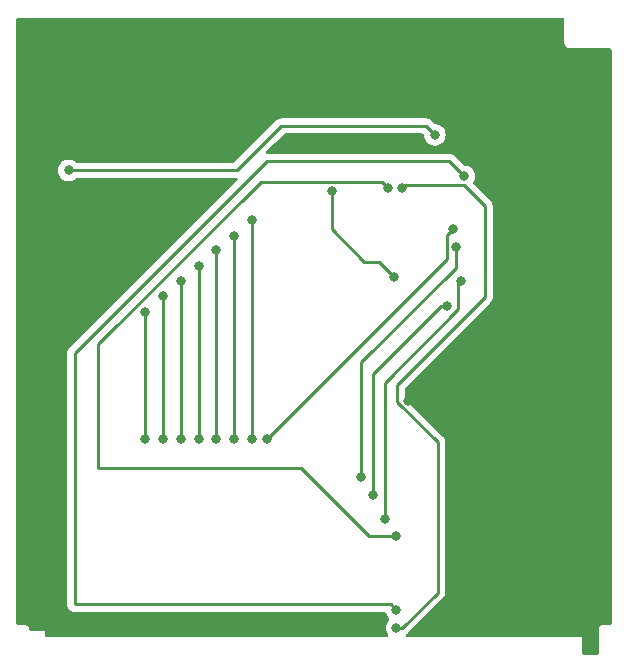
<source format=gbr>
%TF.GenerationSoftware,KiCad,Pcbnew,(6.0.6)*%
%TF.CreationDate,2022-10-29T15:41:58-04:00*%
%TF.ProjectId,isaacCart,69736161-6343-4617-9274-2e6b69636164,rev?*%
%TF.SameCoordinates,Original*%
%TF.FileFunction,Copper,L2,Bot*%
%TF.FilePolarity,Positive*%
%FSLAX46Y46*%
G04 Gerber Fmt 4.6, Leading zero omitted, Abs format (unit mm)*
G04 Created by KiCad (PCBNEW (6.0.6)) date 2022-10-29 15:41:58*
%MOMM*%
%LPD*%
G01*
G04 APERTURE LIST*
%TA.AperFunction,ViaPad*%
%ADD10C,0.800000*%
%TD*%
%TA.AperFunction,Conductor*%
%ADD11C,0.250000*%
%TD*%
G04 APERTURE END LIST*
D10*
%TO.N,+5V*%
X138940000Y-88620000D03*
X107940000Y-91620000D03*
%TO.N,GBRD*%
X135440000Y-100620000D03*
X130190000Y-93370000D03*
%TO.N,A1*%
X114440000Y-103620000D03*
X114440000Y-114370000D03*
%TO.N,A2*%
X115928590Y-102299913D03*
X115940000Y-114370000D03*
%TO.N,A3*%
X117440000Y-101020500D03*
X117440000Y-114370000D03*
%TO.N,A4*%
X118940000Y-114370000D03*
X118940000Y-99750500D03*
%TO.N,A5*%
X120440000Y-98370000D03*
X120440000Y-114370000D03*
%TO.N,A6*%
X121940000Y-97210500D03*
X121940000Y-114370000D03*
%TO.N,A7*%
X123440000Y-114370000D03*
X123440000Y-95870000D03*
%TO.N,A8*%
X124690000Y-114370000D03*
X140440000Y-96620000D03*
%TO.N,A9*%
X132690000Y-117620000D03*
X140690000Y-98120000D03*
%TO.N,A10*%
X139940000Y-103120000D03*
X133690000Y-119120000D03*
%TO.N,A11*%
X141190000Y-101020500D03*
X134690000Y-121120000D03*
%TO.N,A12*%
X134940000Y-93120000D03*
X135690000Y-122620000D03*
%TO.N,A13*%
X141440000Y-92145500D03*
X135690000Y-128870000D03*
%TO.N,A14*%
X135690000Y-130370000D03*
X136190000Y-93120000D03*
%TO.N,GND*%
X136690000Y-111120000D03*
X150190000Y-119870000D03*
%TD*%
D11*
%TO.N,+5V*%
X122190000Y-91620000D02*
X125940000Y-87870000D01*
X138190000Y-87870000D02*
X138940000Y-88620000D01*
X107940000Y-91620000D02*
X122190000Y-91620000D01*
X125940000Y-87870000D02*
X138190000Y-87870000D01*
%TO.N,GBRD*%
X130190000Y-93370000D02*
X130190000Y-96620000D01*
X134190000Y-99370000D02*
X135440000Y-100620000D01*
X132940000Y-99370000D02*
X134190000Y-99370000D01*
X130190000Y-96620000D02*
X132940000Y-99370000D01*
%TO.N,A1*%
X114440000Y-103620000D02*
X114440000Y-114370000D01*
%TO.N,A2*%
X115928590Y-114108590D02*
X115940000Y-114120000D01*
X115940000Y-114120000D02*
X115940000Y-114370000D01*
X115928590Y-102299913D02*
X115928590Y-114108590D01*
%TO.N,A3*%
X117440000Y-114370000D02*
X117440000Y-101020500D01*
%TO.N,A4*%
X118940000Y-99750500D02*
X118940000Y-113620000D01*
X118940000Y-113620000D02*
X118940000Y-114370000D01*
%TO.N,A5*%
X120440000Y-98370000D02*
X120440000Y-114120000D01*
X120440000Y-114120000D02*
X120440000Y-114370000D01*
%TO.N,A6*%
X121940000Y-113870000D02*
X121940000Y-114370000D01*
X121940000Y-97210500D02*
X121940000Y-113870000D01*
%TO.N,A7*%
X123440000Y-95870000D02*
X123440000Y-114120000D01*
X123440000Y-114120000D02*
X123440000Y-114370000D01*
%TO.N,A8*%
X139940000Y-99120000D02*
X139940000Y-97120000D01*
X139940000Y-97120000D02*
X140440000Y-96620000D01*
X124690000Y-114370000D02*
X139940000Y-99120000D01*
%TO.N,A9*%
X140690000Y-99870000D02*
X140690000Y-98120000D01*
X132690000Y-117620000D02*
X132690000Y-107870000D01*
X132690000Y-107870000D02*
X140690000Y-99870000D01*
%TO.N,A10*%
X139440000Y-103120000D02*
X139940000Y-103120000D01*
X133690000Y-119120000D02*
X133690000Y-108870000D01*
X133690000Y-108870000D02*
X139440000Y-103120000D01*
%TO.N,A11*%
X134690000Y-109620000D02*
X134690000Y-121120000D01*
X140940000Y-101270500D02*
X140940000Y-103370000D01*
X140940000Y-103370000D02*
X134690000Y-109620000D01*
X141190000Y-101020500D02*
X140940000Y-101270500D01*
%TO.N,A12*%
X134440000Y-92620000D02*
X134940000Y-93120000D01*
X110440000Y-106370000D02*
X124190000Y-92620000D01*
X124190000Y-92620000D02*
X134440000Y-92620000D01*
X110440000Y-116870000D02*
X110440000Y-106370000D01*
X127644076Y-116870000D02*
X110440000Y-116870000D01*
X133394076Y-122620000D02*
X127644076Y-116870000D01*
X135690000Y-122620000D02*
X133394076Y-122620000D01*
%TO.N,A13*%
X141440000Y-92145500D02*
X140164500Y-90870000D01*
X140164500Y-90870000D02*
X124690000Y-90870000D01*
X135190000Y-128370000D02*
X135690000Y-128870000D01*
X124690000Y-90870000D02*
X108440000Y-107120000D01*
X108440000Y-128370000D02*
X135190000Y-128370000D01*
X108440000Y-107120000D02*
X108440000Y-128370000D01*
%TO.N,A14*%
X143190000Y-102370000D02*
X135758198Y-109801802D01*
X141440000Y-92870000D02*
X143190000Y-94620000D01*
X139190000Y-127370000D02*
X136190000Y-130370000D01*
X136190000Y-93120000D02*
X136440000Y-92870000D01*
X143190000Y-94620000D02*
X143190000Y-102370000D01*
X136440000Y-92870000D02*
X141440000Y-92870000D01*
X136190000Y-130370000D02*
X135690000Y-130370000D01*
X135758198Y-109801802D02*
X135758198Y-111213503D01*
X139190000Y-114645305D02*
X139190000Y-127370000D01*
X135758198Y-111213503D02*
X139190000Y-114645305D01*
%TO.N,GND*%
X136690000Y-111120000D02*
X137190000Y-111120000D01*
X145940000Y-119870000D02*
X150190000Y-119870000D01*
X137190000Y-111120000D02*
X145940000Y-119870000D01*
%TD*%
%TA.AperFunction,Conductor*%
%TO.N,GND*%
G36*
X149838621Y-78723502D02*
G01*
X149885114Y-78777158D01*
X149896500Y-78829500D01*
X149896500Y-80786377D01*
X149896498Y-80787147D01*
X149896024Y-80864721D01*
X149898491Y-80873352D01*
X149904150Y-80893153D01*
X149907728Y-80909915D01*
X149911920Y-80939187D01*
X149915634Y-80947355D01*
X149915634Y-80947356D01*
X149922548Y-80962562D01*
X149928996Y-80980086D01*
X149936051Y-81004771D01*
X149940843Y-81012365D01*
X149940844Y-81012368D01*
X149951830Y-81029780D01*
X149959969Y-81044863D01*
X149972208Y-81071782D01*
X149978069Y-81078584D01*
X149988970Y-81091235D01*
X150000073Y-81106239D01*
X150013776Y-81127958D01*
X150020501Y-81133897D01*
X150020504Y-81133901D01*
X150035938Y-81147532D01*
X150047982Y-81159724D01*
X150061427Y-81175327D01*
X150061430Y-81175329D01*
X150067287Y-81182127D01*
X150074816Y-81187007D01*
X150074817Y-81187008D01*
X150088835Y-81196094D01*
X150103709Y-81207385D01*
X150116217Y-81218431D01*
X150122951Y-81224378D01*
X150149711Y-81236942D01*
X150164691Y-81245263D01*
X150181983Y-81256471D01*
X150181988Y-81256473D01*
X150189515Y-81261352D01*
X150198108Y-81263922D01*
X150198113Y-81263924D01*
X150214120Y-81268711D01*
X150231564Y-81275372D01*
X150246676Y-81282467D01*
X150246678Y-81282468D01*
X150254800Y-81286281D01*
X150263667Y-81287662D01*
X150263668Y-81287662D01*
X150273310Y-81289163D01*
X150284017Y-81290830D01*
X150300732Y-81294613D01*
X150320466Y-81300515D01*
X150320472Y-81300516D01*
X150329066Y-81303086D01*
X150338037Y-81303141D01*
X150338038Y-81303141D01*
X150348097Y-81303202D01*
X150363506Y-81303296D01*
X150364289Y-81303329D01*
X150365386Y-81303500D01*
X150396377Y-81303500D01*
X150397147Y-81303502D01*
X150470785Y-81303952D01*
X150470786Y-81303952D01*
X150474721Y-81303976D01*
X150476065Y-81303592D01*
X150477410Y-81303500D01*
X153770500Y-81303500D01*
X153838621Y-81323502D01*
X153885114Y-81377158D01*
X153896500Y-81429500D01*
X153896500Y-129960500D01*
X153876498Y-130028621D01*
X153822842Y-130075114D01*
X153770500Y-130086500D01*
X153313623Y-130086500D01*
X153312853Y-130086498D01*
X153312037Y-130086493D01*
X153235279Y-130086024D01*
X153212918Y-130092415D01*
X153206847Y-130094150D01*
X153190085Y-130097728D01*
X153160813Y-130101920D01*
X153152645Y-130105634D01*
X153152644Y-130105634D01*
X153137438Y-130112548D01*
X153119914Y-130118996D01*
X153095229Y-130126051D01*
X153087635Y-130130843D01*
X153087632Y-130130844D01*
X153070220Y-130141830D01*
X153055137Y-130149969D01*
X153028218Y-130162208D01*
X153021416Y-130168069D01*
X153008765Y-130178970D01*
X152993761Y-130190073D01*
X152972042Y-130203776D01*
X152966103Y-130210501D01*
X152966099Y-130210504D01*
X152952468Y-130225938D01*
X152940276Y-130237982D01*
X152924673Y-130251427D01*
X152924671Y-130251430D01*
X152917873Y-130257287D01*
X152912993Y-130264816D01*
X152912992Y-130264817D01*
X152903906Y-130278835D01*
X152892615Y-130293709D01*
X152881569Y-130306217D01*
X152875622Y-130312951D01*
X152869312Y-130326391D01*
X152863058Y-130339711D01*
X152854737Y-130354691D01*
X152843529Y-130371983D01*
X152843527Y-130371988D01*
X152838648Y-130379515D01*
X152836078Y-130388108D01*
X152836076Y-130388113D01*
X152831289Y-130404120D01*
X152824628Y-130421564D01*
X152817533Y-130436676D01*
X152813719Y-130444800D01*
X152812338Y-130453667D01*
X152812338Y-130453668D01*
X152809170Y-130474015D01*
X152805387Y-130490732D01*
X152799485Y-130510466D01*
X152799484Y-130510472D01*
X152796914Y-130519066D01*
X152796748Y-130546342D01*
X152796704Y-130553497D01*
X152796671Y-130554289D01*
X152796500Y-130555386D01*
X152796500Y-130586377D01*
X152796498Y-130587147D01*
X152796024Y-130664721D01*
X152796408Y-130666065D01*
X152796500Y-130667410D01*
X152796500Y-132494000D01*
X152776498Y-132562121D01*
X152722842Y-132608614D01*
X152670500Y-132620000D01*
X151566000Y-132620000D01*
X151497879Y-132599998D01*
X151451386Y-132546342D01*
X151440000Y-132494000D01*
X151440000Y-131120000D01*
X136626894Y-131120000D01*
X136558773Y-131099998D01*
X136512280Y-131046342D01*
X136502176Y-130976068D01*
X136531670Y-130911488D01*
X136562754Y-130885547D01*
X136574534Y-130878580D01*
X136581362Y-130874542D01*
X136595683Y-130860221D01*
X136610717Y-130847380D01*
X136620694Y-130840131D01*
X136627107Y-130835472D01*
X136655298Y-130801395D01*
X136663288Y-130792616D01*
X139582247Y-127873657D01*
X139590537Y-127866113D01*
X139597018Y-127862000D01*
X139643659Y-127812332D01*
X139646413Y-127809491D01*
X139666135Y-127789769D01*
X139668619Y-127786567D01*
X139676317Y-127777555D01*
X139701161Y-127751098D01*
X139706586Y-127745321D01*
X139716347Y-127727566D01*
X139727198Y-127711047D01*
X139739614Y-127695041D01*
X139757174Y-127654463D01*
X139762391Y-127643813D01*
X139783695Y-127605060D01*
X139788733Y-127585437D01*
X139795137Y-127566734D01*
X139800033Y-127555420D01*
X139800033Y-127555419D01*
X139803181Y-127548145D01*
X139804420Y-127540322D01*
X139804423Y-127540312D01*
X139810099Y-127504476D01*
X139812505Y-127492856D01*
X139821528Y-127457711D01*
X139821528Y-127457710D01*
X139823500Y-127450030D01*
X139823500Y-127429776D01*
X139825051Y-127410065D01*
X139825702Y-127405958D01*
X139828220Y-127390057D01*
X139824059Y-127346038D01*
X139823500Y-127334181D01*
X139823500Y-114724072D01*
X139824027Y-114712889D01*
X139825702Y-114705396D01*
X139823562Y-114637305D01*
X139823500Y-114633348D01*
X139823500Y-114605449D01*
X139822996Y-114601458D01*
X139822063Y-114589616D01*
X139821328Y-114566206D01*
X139820674Y-114545416D01*
X139818462Y-114537802D01*
X139818461Y-114537797D01*
X139815023Y-114525964D01*
X139811012Y-114506600D01*
X139809467Y-114494369D01*
X139808474Y-114486508D01*
X139805557Y-114479141D01*
X139805556Y-114479136D01*
X139792198Y-114445397D01*
X139788354Y-114434170D01*
X139778230Y-114399327D01*
X139776018Y-114391712D01*
X139765707Y-114374277D01*
X139757012Y-114356529D01*
X139749552Y-114337688D01*
X139723564Y-114301918D01*
X139717048Y-114291998D01*
X139698580Y-114260770D01*
X139698578Y-114260767D01*
X139694542Y-114253943D01*
X139680221Y-114239622D01*
X139667380Y-114224588D01*
X139660131Y-114214611D01*
X139655472Y-114208198D01*
X139621395Y-114180007D01*
X139612616Y-114172017D01*
X136428603Y-110988003D01*
X136394577Y-110925691D01*
X136391698Y-110898908D01*
X136391698Y-110116396D01*
X136411700Y-110048275D01*
X136428603Y-110027301D01*
X143582247Y-102873657D01*
X143590537Y-102866113D01*
X143597018Y-102862000D01*
X143643659Y-102812332D01*
X143646413Y-102809491D01*
X143666134Y-102789770D01*
X143668612Y-102786575D01*
X143676318Y-102777553D01*
X143701158Y-102751101D01*
X143706586Y-102745321D01*
X143716346Y-102727568D01*
X143727199Y-102711045D01*
X143734753Y-102701306D01*
X143739613Y-102695041D01*
X143757176Y-102654457D01*
X143762383Y-102643827D01*
X143783695Y-102605060D01*
X143785666Y-102597383D01*
X143785668Y-102597378D01*
X143788732Y-102585442D01*
X143795138Y-102566730D01*
X143800033Y-102555419D01*
X143803181Y-102548145D01*
X143804421Y-102540317D01*
X143804423Y-102540310D01*
X143810099Y-102504476D01*
X143812505Y-102492856D01*
X143821528Y-102457711D01*
X143821528Y-102457710D01*
X143823500Y-102450030D01*
X143823500Y-102429776D01*
X143825051Y-102410065D01*
X143826980Y-102397886D01*
X143828220Y-102390057D01*
X143824059Y-102346038D01*
X143823500Y-102334181D01*
X143823500Y-94698768D01*
X143824027Y-94687585D01*
X143825702Y-94680092D01*
X143823562Y-94612001D01*
X143823500Y-94608044D01*
X143823500Y-94580144D01*
X143822996Y-94576153D01*
X143822063Y-94564311D01*
X143820923Y-94528036D01*
X143820674Y-94520111D01*
X143818462Y-94512497D01*
X143818461Y-94512492D01*
X143815023Y-94500659D01*
X143811012Y-94481295D01*
X143809467Y-94469064D01*
X143808474Y-94461203D01*
X143805557Y-94453836D01*
X143805556Y-94453831D01*
X143792198Y-94420092D01*
X143788354Y-94408865D01*
X143778230Y-94374022D01*
X143776018Y-94366407D01*
X143765707Y-94348972D01*
X143757012Y-94331224D01*
X143749552Y-94312383D01*
X143723564Y-94276613D01*
X143717048Y-94266693D01*
X143698580Y-94235465D01*
X143698578Y-94235462D01*
X143694542Y-94228638D01*
X143680221Y-94214317D01*
X143667380Y-94199283D01*
X143660131Y-94189306D01*
X143655472Y-94182893D01*
X143621395Y-94154702D01*
X143612616Y-94146712D01*
X142236172Y-92770267D01*
X142202146Y-92707955D01*
X142207211Y-92637139D01*
X142216148Y-92618172D01*
X142271223Y-92522779D01*
X142271224Y-92522778D01*
X142274527Y-92517056D01*
X142333542Y-92335428D01*
X142341922Y-92255702D01*
X142352814Y-92152065D01*
X142353504Y-92145500D01*
X142345609Y-92070386D01*
X142334232Y-91962135D01*
X142334232Y-91962133D01*
X142333542Y-91955572D01*
X142274527Y-91773944D01*
X142179040Y-91608556D01*
X142051253Y-91466634D01*
X141896752Y-91354382D01*
X141890724Y-91351698D01*
X141890722Y-91351697D01*
X141728319Y-91279391D01*
X141728318Y-91279391D01*
X141722288Y-91276706D01*
X141618895Y-91254729D01*
X141541944Y-91238372D01*
X141541939Y-91238372D01*
X141535487Y-91237000D01*
X141479595Y-91237000D01*
X141411474Y-91216998D01*
X141390500Y-91200095D01*
X140668152Y-90477747D01*
X140660612Y-90469461D01*
X140656500Y-90462982D01*
X140606848Y-90416356D01*
X140604007Y-90413602D01*
X140584270Y-90393865D01*
X140581073Y-90391385D01*
X140572051Y-90383680D01*
X140545600Y-90358841D01*
X140539821Y-90353414D01*
X140532875Y-90349595D01*
X140532872Y-90349593D01*
X140522066Y-90343652D01*
X140505547Y-90332801D01*
X140505083Y-90332441D01*
X140489541Y-90320386D01*
X140482272Y-90317241D01*
X140482268Y-90317238D01*
X140448963Y-90302826D01*
X140438313Y-90297609D01*
X140399560Y-90276305D01*
X140379937Y-90271267D01*
X140361234Y-90264863D01*
X140349920Y-90259967D01*
X140349919Y-90259967D01*
X140342645Y-90256819D01*
X140334822Y-90255580D01*
X140334812Y-90255577D01*
X140298976Y-90249901D01*
X140287356Y-90247495D01*
X140252211Y-90238472D01*
X140252210Y-90238472D01*
X140244530Y-90236500D01*
X140224276Y-90236500D01*
X140204565Y-90234949D01*
X140192386Y-90233020D01*
X140184557Y-90231780D01*
X140176665Y-90232526D01*
X140140539Y-90235941D01*
X140128681Y-90236500D01*
X124773594Y-90236500D01*
X124705473Y-90216498D01*
X124658980Y-90162842D01*
X124648876Y-90092568D01*
X124678370Y-90027988D01*
X124684499Y-90021405D01*
X125403156Y-89302749D01*
X126165500Y-88540405D01*
X126227812Y-88506379D01*
X126254595Y-88503500D01*
X137875406Y-88503500D01*
X137943527Y-88523502D01*
X137964501Y-88540405D01*
X137992878Y-88568782D01*
X138026904Y-88631094D01*
X138029092Y-88644703D01*
X138046458Y-88809928D01*
X138105473Y-88991556D01*
X138200960Y-89156944D01*
X138328747Y-89298866D01*
X138483248Y-89411118D01*
X138489276Y-89413802D01*
X138489278Y-89413803D01*
X138651681Y-89486109D01*
X138657712Y-89488794D01*
X138751113Y-89508647D01*
X138838056Y-89527128D01*
X138838061Y-89527128D01*
X138844513Y-89528500D01*
X139035487Y-89528500D01*
X139041939Y-89527128D01*
X139041944Y-89527128D01*
X139128887Y-89508647D01*
X139222288Y-89488794D01*
X139228319Y-89486109D01*
X139390722Y-89413803D01*
X139390724Y-89413802D01*
X139396752Y-89411118D01*
X139551253Y-89298866D01*
X139679040Y-89156944D01*
X139774527Y-88991556D01*
X139833542Y-88809928D01*
X139853504Y-88620000D01*
X139833542Y-88430072D01*
X139774527Y-88248444D01*
X139679040Y-88083056D01*
X139551253Y-87941134D01*
X139396752Y-87828882D01*
X139390724Y-87826198D01*
X139390722Y-87826197D01*
X139228319Y-87753891D01*
X139228318Y-87753891D01*
X139222288Y-87751206D01*
X139128887Y-87731353D01*
X139041944Y-87712872D01*
X139041939Y-87712872D01*
X139035487Y-87711500D01*
X138979595Y-87711500D01*
X138911474Y-87691498D01*
X138890500Y-87674595D01*
X138693652Y-87477747D01*
X138686112Y-87469461D01*
X138682000Y-87462982D01*
X138632348Y-87416356D01*
X138629507Y-87413602D01*
X138609770Y-87393865D01*
X138606573Y-87391385D01*
X138597551Y-87383680D01*
X138584122Y-87371069D01*
X138565321Y-87353414D01*
X138558375Y-87349595D01*
X138558372Y-87349593D01*
X138547566Y-87343652D01*
X138531047Y-87332801D01*
X138530583Y-87332441D01*
X138515041Y-87320386D01*
X138507772Y-87317241D01*
X138507768Y-87317238D01*
X138474463Y-87302826D01*
X138463813Y-87297609D01*
X138425060Y-87276305D01*
X138405437Y-87271267D01*
X138386734Y-87264863D01*
X138375420Y-87259967D01*
X138375419Y-87259967D01*
X138368145Y-87256819D01*
X138360322Y-87255580D01*
X138360312Y-87255577D01*
X138324476Y-87249901D01*
X138312856Y-87247495D01*
X138277711Y-87238472D01*
X138277710Y-87238472D01*
X138270030Y-87236500D01*
X138249776Y-87236500D01*
X138230065Y-87234949D01*
X138217886Y-87233020D01*
X138210057Y-87231780D01*
X138180786Y-87234547D01*
X138166039Y-87235941D01*
X138154181Y-87236500D01*
X126018767Y-87236500D01*
X126007584Y-87235973D01*
X126000091Y-87234298D01*
X125992165Y-87234547D01*
X125992164Y-87234547D01*
X125932001Y-87236438D01*
X125928043Y-87236500D01*
X125900144Y-87236500D01*
X125896154Y-87237004D01*
X125884320Y-87237936D01*
X125840111Y-87239326D01*
X125832497Y-87241538D01*
X125832492Y-87241539D01*
X125820659Y-87244977D01*
X125801296Y-87248988D01*
X125781203Y-87251526D01*
X125773836Y-87254443D01*
X125773831Y-87254444D01*
X125740092Y-87267802D01*
X125728865Y-87271646D01*
X125686407Y-87283982D01*
X125679581Y-87288019D01*
X125668972Y-87294293D01*
X125651224Y-87302988D01*
X125632383Y-87310448D01*
X125625967Y-87315110D01*
X125625966Y-87315110D01*
X125596613Y-87336436D01*
X125586693Y-87342952D01*
X125555465Y-87361420D01*
X125555462Y-87361422D01*
X125548638Y-87365458D01*
X125534317Y-87379779D01*
X125519284Y-87392619D01*
X125502893Y-87404528D01*
X125494217Y-87415016D01*
X125474702Y-87438605D01*
X125466712Y-87447384D01*
X121964500Y-90949595D01*
X121902188Y-90983621D01*
X121875405Y-90986500D01*
X108648200Y-90986500D01*
X108580079Y-90966498D01*
X108560853Y-90950157D01*
X108560580Y-90950460D01*
X108555668Y-90946037D01*
X108551253Y-90941134D01*
X108396752Y-90828882D01*
X108390724Y-90826198D01*
X108390722Y-90826197D01*
X108228319Y-90753891D01*
X108228318Y-90753891D01*
X108222288Y-90751206D01*
X108128887Y-90731353D01*
X108041944Y-90712872D01*
X108041939Y-90712872D01*
X108035487Y-90711500D01*
X107844513Y-90711500D01*
X107838061Y-90712872D01*
X107838056Y-90712872D01*
X107751113Y-90731353D01*
X107657712Y-90751206D01*
X107651682Y-90753891D01*
X107651681Y-90753891D01*
X107489278Y-90826197D01*
X107489276Y-90826198D01*
X107483248Y-90828882D01*
X107328747Y-90941134D01*
X107324326Y-90946044D01*
X107324325Y-90946045D01*
X107290492Y-90983621D01*
X107200960Y-91083056D01*
X107105473Y-91248444D01*
X107046458Y-91430072D01*
X107026496Y-91620000D01*
X107027186Y-91626565D01*
X107043337Y-91780229D01*
X107046458Y-91809928D01*
X107105473Y-91991556D01*
X107108776Y-91997278D01*
X107108777Y-91997279D01*
X107137832Y-92047604D01*
X107200960Y-92156944D01*
X107205378Y-92161851D01*
X107205379Y-92161852D01*
X107272592Y-92236500D01*
X107328747Y-92298866D01*
X107375402Y-92332763D01*
X107474953Y-92405091D01*
X107483248Y-92411118D01*
X107489276Y-92413802D01*
X107489278Y-92413803D01*
X107550665Y-92441134D01*
X107657712Y-92488794D01*
X107751113Y-92508647D01*
X107838056Y-92527128D01*
X107838061Y-92527128D01*
X107844513Y-92528500D01*
X108035487Y-92528500D01*
X108041939Y-92527128D01*
X108041944Y-92527128D01*
X108128887Y-92508647D01*
X108222288Y-92488794D01*
X108329335Y-92441134D01*
X108390722Y-92413803D01*
X108390724Y-92413802D01*
X108396752Y-92411118D01*
X108405048Y-92405091D01*
X108529671Y-92314546D01*
X108551253Y-92298866D01*
X108555668Y-92293963D01*
X108560580Y-92289540D01*
X108561705Y-92290789D01*
X108615014Y-92257949D01*
X108648200Y-92253500D01*
X122106405Y-92253500D01*
X122174526Y-92273502D01*
X122221019Y-92327158D01*
X122231123Y-92397432D01*
X122201629Y-92462012D01*
X122195500Y-92468595D01*
X108047747Y-106616348D01*
X108039461Y-106623888D01*
X108032982Y-106628000D01*
X108027557Y-106633777D01*
X107986357Y-106677651D01*
X107983602Y-106680493D01*
X107963865Y-106700230D01*
X107961385Y-106703427D01*
X107953682Y-106712447D01*
X107923414Y-106744679D01*
X107919595Y-106751625D01*
X107919593Y-106751628D01*
X107913652Y-106762434D01*
X107902801Y-106778953D01*
X107890386Y-106794959D01*
X107887241Y-106802228D01*
X107887238Y-106802232D01*
X107872826Y-106835537D01*
X107867609Y-106846187D01*
X107846305Y-106884940D01*
X107844334Y-106892615D01*
X107844334Y-106892616D01*
X107841267Y-106904562D01*
X107834863Y-106923266D01*
X107826819Y-106941855D01*
X107825580Y-106949678D01*
X107825577Y-106949688D01*
X107819901Y-106985524D01*
X107817495Y-106997144D01*
X107806500Y-107039970D01*
X107806500Y-107060224D01*
X107804949Y-107079934D01*
X107801780Y-107099943D01*
X107802526Y-107107835D01*
X107805941Y-107143961D01*
X107806500Y-107155819D01*
X107806500Y-128298207D01*
X107804268Y-128321816D01*
X107802725Y-128329906D01*
X107803223Y-128337817D01*
X107806251Y-128385951D01*
X107806500Y-128393862D01*
X107806500Y-128409856D01*
X107808506Y-128425730D01*
X107809248Y-128433590D01*
X107812775Y-128489650D01*
X107815225Y-128497191D01*
X107815321Y-128497487D01*
X107820494Y-128520631D01*
X107820532Y-128520935D01*
X107820533Y-128520940D01*
X107821526Y-128528797D01*
X107824442Y-128536162D01*
X107824443Y-128536166D01*
X107842199Y-128581011D01*
X107844871Y-128588430D01*
X107862236Y-128641875D01*
X107866486Y-128648571D01*
X107866486Y-128648572D01*
X107866650Y-128648831D01*
X107877415Y-128669958D01*
X107877529Y-128670246D01*
X107877532Y-128670251D01*
X107880448Y-128677617D01*
X107885104Y-128684025D01*
X107885107Y-128684031D01*
X107913458Y-128723052D01*
X107917901Y-128729589D01*
X107948000Y-128777018D01*
X107953778Y-128782444D01*
X107953779Y-128782445D01*
X107954007Y-128782659D01*
X107969688Y-128800446D01*
X107974528Y-128807107D01*
X107980637Y-128812161D01*
X107980638Y-128812162D01*
X108017796Y-128842903D01*
X108023730Y-128848134D01*
X108058898Y-128881158D01*
X108058901Y-128881160D01*
X108064679Y-128886586D01*
X108071903Y-128890558D01*
X108091506Y-128903881D01*
X108091746Y-128904080D01*
X108091753Y-128904084D01*
X108097856Y-128909133D01*
X108137400Y-128927741D01*
X108148676Y-128933047D01*
X108155708Y-128936629D01*
X108204940Y-128963695D01*
X108212615Y-128965665D01*
X108212621Y-128965668D01*
X108212919Y-128965744D01*
X108235228Y-128973776D01*
X108235503Y-128973906D01*
X108235511Y-128973909D01*
X108242682Y-128977283D01*
X108297849Y-128987806D01*
X108305558Y-128989529D01*
X108339551Y-128998257D01*
X108352293Y-129001529D01*
X108352294Y-129001529D01*
X108359970Y-129003500D01*
X108368207Y-129003500D01*
X108391816Y-129005732D01*
X108392119Y-129005790D01*
X108392123Y-129005790D01*
X108399906Y-129007275D01*
X108455951Y-129003749D01*
X108463862Y-129003500D01*
X134686579Y-129003500D01*
X134754700Y-129023502D01*
X134801193Y-129077158D01*
X134806412Y-129090563D01*
X134855473Y-129241556D01*
X134950960Y-129406944D01*
X134955378Y-129411851D01*
X134955379Y-129411852D01*
X135066883Y-129535690D01*
X135097601Y-129599697D01*
X135088836Y-129670151D01*
X135066883Y-129704310D01*
X134950960Y-129833056D01*
X134855473Y-129998444D01*
X134796458Y-130180072D01*
X134795768Y-130186633D01*
X134795768Y-130186635D01*
X134790371Y-130237982D01*
X134776496Y-130370000D01*
X134777186Y-130376565D01*
X134788321Y-130482504D01*
X134796458Y-130559928D01*
X134855473Y-130741556D01*
X134950960Y-130906944D01*
X134955380Y-130911852D01*
X134959259Y-130917192D01*
X134957607Y-130918392D01*
X134984148Y-130973685D01*
X134975391Y-131044139D01*
X134929934Y-131098675D01*
X134859797Y-131120000D01*
X106066000Y-131120000D01*
X105997879Y-131099998D01*
X105951386Y-131046342D01*
X105940000Y-130994000D01*
X105940000Y-130620000D01*
X104735583Y-130620000D01*
X104667462Y-130599998D01*
X104620969Y-130546342D01*
X104614794Y-130525045D01*
X104613976Y-130525279D01*
X104605850Y-130496847D01*
X104602272Y-130480085D01*
X104599352Y-130459698D01*
X104598080Y-130450813D01*
X104587451Y-130427436D01*
X104581004Y-130409913D01*
X104576416Y-130393862D01*
X104573949Y-130385229D01*
X104569156Y-130377632D01*
X104558170Y-130360220D01*
X104550030Y-130345135D01*
X104547564Y-130339711D01*
X104537792Y-130318218D01*
X104521030Y-130298765D01*
X104509927Y-130283761D01*
X104496224Y-130262042D01*
X104489499Y-130256103D01*
X104489496Y-130256099D01*
X104474062Y-130242468D01*
X104462018Y-130230276D01*
X104448573Y-130214673D01*
X104448570Y-130214671D01*
X104442713Y-130207873D01*
X104429009Y-130198990D01*
X104421165Y-130193906D01*
X104406291Y-130182615D01*
X104393783Y-130171569D01*
X104393782Y-130171568D01*
X104387049Y-130165622D01*
X104360287Y-130153057D01*
X104345309Y-130144737D01*
X104328017Y-130133529D01*
X104328012Y-130133527D01*
X104320485Y-130128648D01*
X104311892Y-130126078D01*
X104311887Y-130126076D01*
X104295880Y-130121289D01*
X104278436Y-130114628D01*
X104263324Y-130107533D01*
X104263322Y-130107532D01*
X104255200Y-130103719D01*
X104246333Y-130102338D01*
X104246332Y-130102338D01*
X104235478Y-130100648D01*
X104225983Y-130099170D01*
X104209268Y-130095387D01*
X104189534Y-130089485D01*
X104189528Y-130089484D01*
X104180934Y-130086914D01*
X104171963Y-130086859D01*
X104171962Y-130086859D01*
X104161903Y-130086798D01*
X104146494Y-130086704D01*
X104145711Y-130086671D01*
X104144614Y-130086500D01*
X104113623Y-130086500D01*
X104112853Y-130086498D01*
X104039215Y-130086048D01*
X104039214Y-130086048D01*
X104035279Y-130086024D01*
X104033935Y-130086408D01*
X104032590Y-130086500D01*
X103639500Y-130086500D01*
X103571379Y-130066498D01*
X103524886Y-130012842D01*
X103513500Y-129960500D01*
X103513500Y-78829500D01*
X103533502Y-78761379D01*
X103587158Y-78714886D01*
X103639500Y-78703500D01*
X149770500Y-78703500D01*
X149838621Y-78723502D01*
G37*
%TD.AperFunction*%
%TD*%
M02*

</source>
